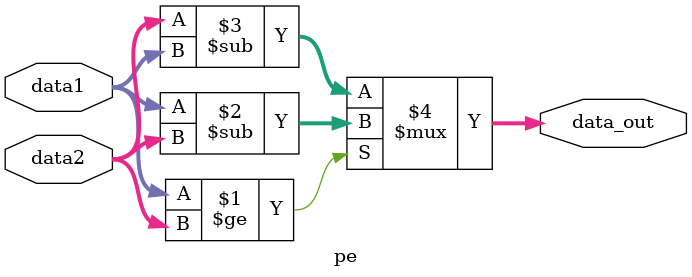
<source format=v>
module pe(
	input wire	[7:0]data1,
	input wire	[7:0]data2,
	output wire	[7:0]data_out
	);

	assign data_out =(data1>=data2)?(data1-data2):(data2-data1);
endmodule

</source>
